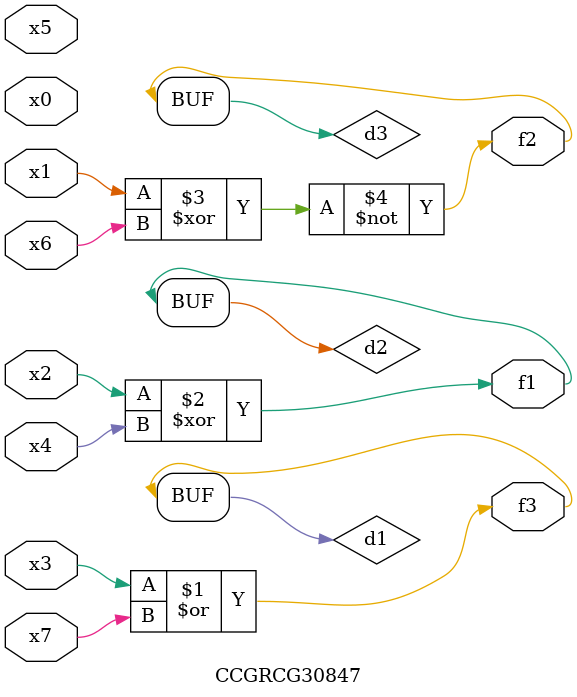
<source format=v>
module CCGRCG30847(
	input x0, x1, x2, x3, x4, x5, x6, x7,
	output f1, f2, f3
);

	wire d1, d2, d3;

	or (d1, x3, x7);
	xor (d2, x2, x4);
	xnor (d3, x1, x6);
	assign f1 = d2;
	assign f2 = d3;
	assign f3 = d1;
endmodule

</source>
